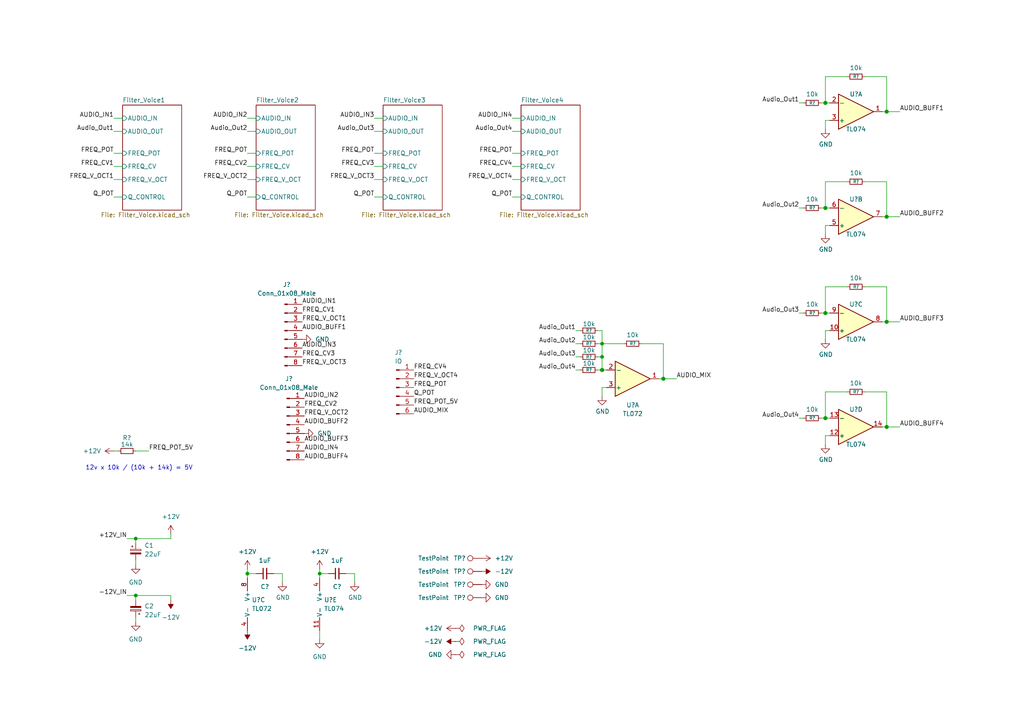
<source format=kicad_sch>
(kicad_sch (version 20211123) (generator eeschema)
  (paper "A4")
  (lib_symbols
    (symbol "Amplifier_Operational:TL072" (pin_names (offset 0.127))
      (property "Reference" "U" (at 0 5.08 0))
      (property "Value" "TL072" (at 0 -5.08 0))
      (symbol "TL072_1_1"
        (polyline (pts (xy -5.08 5.08) (xy 5.08 0) (xy -5.08 -5.08) (xy -5.08 5.08)) (stroke (width 0.254)) (fill (type background)))
        (pin output line (at 7.62 0 180) (length 2.54) (name "~") (number "1"))
        (pin input line (at -7.62 -2.54 0) (length 2.54) (name "-") (number "2"))
        (pin input line (at -7.62 2.54 0) (length 2.54) (name "+") (number "3"))
      )
      (symbol "TL072_2_1"
        (polyline (pts (xy -5.08 5.08) (xy 5.08 0) (xy -5.08 -5.08) (xy -5.08 5.08)) (stroke (width 0.254)) (fill (type background)))
        (pin input line (at -7.62 2.54 0) (length 2.54) (name "+") (number "5"))
        (pin input line (at -7.62 -2.54 0) (length 2.54) (name "-") (number "6"))
        (pin output line (at 7.62 0 180) (length 2.54) (name "~") (number "7"))
      )
      (symbol "TL072_3_1"
        (pin power_in line (at -2.54 -7.62 90) (length 3.81) (name "V-") (number "4"))
        (pin power_in line (at -2.54 7.62 270) (length 3.81) (name "V+") (number "8"))
      )
    )
    (symbol "Amplifier_Operational:TL074" (pin_names (offset 0.127))
      (property "Reference" "U" (at 0 5.08 0))
      (property "Value" "TL074" (at 0 -5.08 0))
      (symbol "TL074_1_1"
        (polyline (pts (xy -5.08 5.08) (xy 5.08 0) (xy -5.08 -5.08) (xy -5.08 5.08)) (stroke (width 0.254)) (fill (type background)))
        (pin output line (at 7.62 0 180) (length 2.54) (name "~") (number "1"))
        (pin input line (at -7.62 -2.54 0) (length 2.54) (name "-") (number "2"))
        (pin input line (at -7.62 2.54 0) (length 2.54) (name "+") (number "3"))
      )
      (symbol "TL074_2_1"
        (polyline (pts (xy -5.08 5.08) (xy 5.08 0) (xy -5.08 -5.08) (xy -5.08 5.08)) (stroke (width 0.254)) (fill (type background)))
        (pin input line (at -7.62 2.54 0) (length 2.54) (name "+") (number "5"))
        (pin input line (at -7.62 -2.54 0) (length 2.54) (name "-") (number "6"))
        (pin output line (at 7.62 0 180) (length 2.54) (name "~") (number "7"))
      )
      (symbol "TL074_3_1"
        (polyline (pts (xy -5.08 5.08) (xy 5.08 0) (xy -5.08 -5.08) (xy -5.08 5.08)) (stroke (width 0.254)) (fill (type background)))
        (pin input line (at -7.62 2.54 0) (length 2.54) (name "+") (number "10"))
        (pin output line (at 7.62 0 180) (length 2.54) (name "~") (number "8"))
        (pin input line (at -7.62 -2.54 0) (length 2.54) (name "-") (number "9"))
      )
      (symbol "TL074_4_1"
        (polyline (pts (xy -5.08 5.08) (xy 5.08 0) (xy -5.08 -5.08) (xy -5.08 5.08)) (stroke (width 0.254)) (fill (type background)))
        (pin input line (at -7.62 2.54 0) (length 2.54) (name "+") (number "12"))
        (pin input line (at -7.62 -2.54 0) (length 2.54) (name "-") (number "13"))
        (pin output line (at 7.62 0 180) (length 2.54) (name "~") (number "14"))
      )
      (symbol "TL074_5_1"
        (pin power_in line (at -2.54 -7.62 90) (length 3.81) (name "V-") (number "11"))
        (pin power_in line (at -2.54 7.62 270) (length 3.81) (name "V+") (number "4"))
      )
    )
    (symbol "Connector:Conn_01x06_Male" (pin_names (offset 1.016) hide)
      (property "Reference" "J" (at 0 7.62 0))
      (property "Value" "Conn_01x06_Male" (at 0 -10.16 0))
      (symbol "Conn_01x06_Male_1_1"
        (polyline (pts (xy 1.27 -7.62) (xy 0.8636 -7.62)) (stroke (width 0.1524)))
        (polyline (pts (xy 1.27 -5.08) (xy 0.8636 -5.08)) (stroke (width 0.1524)))
        (polyline (pts (xy 1.27 -2.54) (xy 0.8636 -2.54)) (stroke (width 0.1524)))
        (polyline (pts (xy 1.27 0) (xy 0.8636 0)) (stroke (width 0.1524)))
        (polyline (pts (xy 1.27 2.54) (xy 0.8636 2.54)) (stroke (width 0.1524)))
        (polyline (pts (xy 1.27 5.08) (xy 0.8636 5.08)) (stroke (width 0.1524)))
        (rectangle (start 0.8636 -7.493) (end 0 -7.747) (stroke (width 0.1524)) (fill (type outline)))
        (rectangle (start 0.8636 -4.953) (end 0 -5.207) (stroke (width 0.1524)) (fill (type outline)))
        (rectangle (start 0.8636 -2.413) (end 0 -2.667) (stroke (width 0.1524)) (fill (type outline)))
        (rectangle (start 0.8636 0.127) (end 0 -0.127) (stroke (width 0.1524)) (fill (type outline)))
        (rectangle (start 0.8636 2.667) (end 0 2.413) (stroke (width 0.1524)) (fill (type outline)))
        (rectangle (start 0.8636 5.207) (end 0 4.953) (stroke (width 0.1524)) (fill (type outline)))
        (pin passive line (at 5.08 5.08 180) (length 3.81) (name "Pin_1") (number "1"))
        (pin passive line (at 5.08 2.54 180) (length 3.81) (name "Pin_2") (number "2"))
        (pin passive line (at 5.08 0 180) (length 3.81) (name "Pin_3") (number "3"))
        (pin passive line (at 5.08 -2.54 180) (length 3.81) (name "Pin_4") (number "4"))
        (pin passive line (at 5.08 -5.08 180) (length 3.81) (name "Pin_5") (number "5"))
        (pin passive line (at 5.08 -7.62 180) (length 3.81) (name "Pin_6") (number "6"))
      )
    )
    (symbol "Connector:Conn_01x08_Male" (pin_names (offset 1.016) hide)
      (property "Reference" "J" (at 0 10.16 0))
      (property "Value" "Conn_01x08_Male" (at 0 -12.7 0))
      (symbol "Conn_01x08_Male_1_1"
        (polyline (pts (xy 1.27 -10.16) (xy 0.8636 -10.16)) (stroke (width 0.1524)))
        (polyline (pts (xy 1.27 -7.62) (xy 0.8636 -7.62)) (stroke (width 0.1524)))
        (polyline (pts (xy 1.27 -5.08) (xy 0.8636 -5.08)) (stroke (width 0.1524)))
        (polyline (pts (xy 1.27 -2.54) (xy 0.8636 -2.54)) (stroke (width 0.1524)))
        (polyline (pts (xy 1.27 0) (xy 0.8636 0)) (stroke (width 0.1524)))
        (polyline (pts (xy 1.27 2.54) (xy 0.8636 2.54)) (stroke (width 0.1524)))
        (polyline (pts (xy 1.27 5.08) (xy 0.8636 5.08)) (stroke (width 0.1524)))
        (polyline (pts (xy 1.27 7.62) (xy 0.8636 7.62)) (stroke (width 0.1524)))
        (rectangle (start 0.8636 -10.033) (end 0 -10.287) (stroke (width 0.1524)) (fill (type outline)))
        (rectangle (start 0.8636 -7.493) (end 0 -7.747) (stroke (width 0.1524)) (fill (type outline)))
        (rectangle (start 0.8636 -4.953) (end 0 -5.207) (stroke (width 0.1524)) (fill (type outline)))
        (rectangle (start 0.8636 -2.413) (end 0 -2.667) (stroke (width 0.1524)) (fill (type outline)))
        (rectangle (start 0.8636 0.127) (end 0 -0.127) (stroke (width 0.1524)) (fill (type outline)))
        (rectangle (start 0.8636 2.667) (end 0 2.413) (stroke (width 0.1524)) (fill (type outline)))
        (rectangle (start 0.8636 5.207) (end 0 4.953) (stroke (width 0.1524)) (fill (type outline)))
        (rectangle (start 0.8636 7.747) (end 0 7.493) (stroke (width 0.1524)) (fill (type outline)))
        (pin passive line (at 5.08 7.62 180) (length 3.81) (name "Pin_1") (number "1"))
        (pin passive line (at 5.08 5.08 180) (length 3.81) (name "Pin_2") (number "2"))
        (pin passive line (at 5.08 2.54 180) (length 3.81) (name "Pin_3") (number "3"))
        (pin passive line (at 5.08 0 180) (length 3.81) (name "Pin_4") (number "4"))
        (pin passive line (at 5.08 -2.54 180) (length 3.81) (name "Pin_5") (number "5"))
        (pin passive line (at 5.08 -5.08 180) (length 3.81) (name "Pin_6") (number "6"))
        (pin passive line (at 5.08 -7.62 180) (length 3.81) (name "Pin_7") (number "7"))
        (pin passive line (at 5.08 -10.16 180) (length 3.81) (name "Pin_8") (number "8"))
      )
    )
    (symbol "Connector:TestPoint" (pin_numbers hide) (pin_names (offset 0.762) hide)
      (property "Reference" "TP" (at 0 6.858 0))
      (property "Value" "TestPoint" (at 0 5.08 0))
      (symbol "TestPoint_0_1"
        (circle (center 0 3.302) (radius 0.762))
      )
      (symbol "TestPoint_1_1"
        (pin passive line (at 0 0 90) (length 2.54) (name "1") (number "1"))
      )
    )
    (symbol "Device:C_Polarized_Small" (pin_numbers hide) (pin_names (offset 0.254) hide)
      (property "Reference" "C" (at 0.254 1.778 0))
      (property "Value" "C_Polarized_Small" (at 0.254 -2.032 0))
      (symbol "C_Polarized_Small_0_1"
        (rectangle (start -1.524 -0.3048) (end 1.524 -0.6858) (fill (type outline)))
        (rectangle (start -1.524 0.6858) (end 1.524 0.3048))
        (polyline (pts (xy -1.27 1.524) (xy -0.762 1.524)))
        (polyline (pts (xy -1.016 1.27) (xy -1.016 1.778)))
      )
      (symbol "C_Polarized_Small_1_1"
        (pin passive line (at 0 2.54 270) (length 1.8542) (name "~") (number "1"))
        (pin passive line (at 0 -2.54 90) (length 1.8542) (name "~") (number "2"))
      )
    )
    (symbol "Device:C_Small" (pin_numbers hide) (pin_names (offset 0.254) hide)
      (property "Reference" "C" (at 0.254 1.778 0))
      (property "Value" "C_Small" (at 0.254 -2.032 0))
      (symbol "C_Small_0_1"
        (polyline (pts (xy -1.524 -0.508) (xy 1.524 -0.508)) (stroke (width 0.3302)))
        (polyline (pts (xy -1.524 0.508) (xy 1.524 0.508)) (stroke (width 0.3048)))
      )
      (symbol "C_Small_1_1"
        (pin passive line (at 0 2.54 270) (length 2.032) (name "~") (number "1"))
        (pin passive line (at 0 -2.54 90) (length 2.032) (name "~") (number "2"))
      )
    )
    (symbol "Device:R_Small" (pin_numbers hide) (pin_names (offset 0.254) hide)
      (property "Reference" "R" (at 0.762 0.508 0))
      (property "Value" "R_Small" (at 0.762 -1.016 0))
      (symbol "R_Small_0_1"
        (rectangle (start -0.762 1.778) (end 0.762 -1.778) (stroke (width 0.2032)))
      )
      (symbol "R_Small_1_1"
        (pin passive line (at 0 2.54 270) (length 0.762) (name "~") (number "1"))
        (pin passive line (at 0 -2.54 90) (length 0.762) (name "~") (number "2"))
      )
    )
    (symbol "power:+12V" (power) (pin_names (offset 0))
      (property "Value" "+12V" (at 0 3.556 0))
      (symbol "+12V_0_1"
        (polyline (pts (xy -0.762 1.27) (xy 0 2.54)))
        (polyline (pts (xy 0 0) (xy 0 2.54)))
        (polyline (pts (xy 0 2.54) (xy 0.762 1.27)))
      )
      (symbol "+12V_1_1"
        (pin power_in line (at 0 0 90) (length 0) hide (name "+12V") (number "1"))
      )
    )
    (symbol "power:-12V" (power) (pin_names (offset 0))
      (property "Value" "-12V" (at 0 3.81 0))
      (symbol "-12V_0_0"
        (pin power_in line (at 0 0 90) (length 0) hide (name "-12V") (number "1"))
      )
      (symbol "-12V_0_1"
        (polyline (pts (xy 0 0) (xy 0 1.27) (xy 0.762 1.27) (xy 0 2.54) (xy -0.762 1.27) (xy 0 1.27)) (fill (type outline)))
      )
    )
    (symbol "power:GND" (power) (pin_names (offset 0))
      (property "Value" "GND" (at 0 -3.81 0))
      (symbol "GND_0_1"
        (polyline (pts (xy 0 0) (xy 0 -1.27) (xy 1.27 -1.27) (xy 0 -2.54) (xy -1.27 -1.27) (xy 0 -1.27)))
      )
      (symbol "GND_1_1"
        (pin power_in line (at 0 0 270) (length 0) hide (name "GND") (number "1"))
      )
    )
    (symbol "power:PWR_FLAG" (power) (pin_numbers hide) (pin_names (offset 0) hide)
      (property "Value" "PWR_FLAG" (at 0 3.81 0))
      (symbol "PWR_FLAG_0_0"
        (pin power_out line (at 0 0 90) (length 0) (name "pwr") (number "1"))
      )
      (symbol "PWR_FLAG_0_1"
        (polyline (pts (xy 0 0) (xy 0 1.27) (xy -1.016 1.905) (xy 0 2.54) (xy 1.016 1.905) (xy 0 1.27)))
      )
    )
  )
  (junction (at 39.37 156.21))
  (junction (at 92.71 166.37))
  (junction (at 39.37 172.72))
  (junction (at 239.395 90.805) (diameter 1.016))
  (junction (at 71.755 166.37))
  (junction (at 257.175 62.865) (diameter 1.016))
  (junction (at 239.395 29.845) (diameter 1.016))
  (junction (at 174.625 103.505))
  (junction (at 192.405 109.855) (diameter 1.016))
  (junction (at 174.625 107.315) (diameter 1.016))
  (junction (at 239.395 60.325) (diameter 1.016))
  (junction (at 239.395 121.285) (diameter 1.016))
  (junction (at 174.625 99.695))
  (junction (at 257.175 93.345) (diameter 1.016))
  (junction (at 257.175 123.825) (diameter 1.016))
  (junction (at 257.175 32.385) (diameter 1.016))
  (wire (pts (xy 39.37 179.07) (xy 39.37 180.34)))
  (wire (pts (xy 39.37 162.56) (xy 39.37 163.83)))
  (wire (pts (xy 39.37 172.72) (xy 39.37 173.99)))
  (wire (pts (xy 74.295 38.1) (xy 71.755 38.1)))
  (wire (pts (xy 33.02 52.07) (xy 35.56 52.07)))
  (wire (pts (xy 255.905 123.825) (xy 257.175 123.825)))
  (wire (pts (xy 36.83 172.72) (xy 39.37 172.72)))
  (wire (pts (xy 79.375 166.37) (xy 81.915 166.37)))
  (wire (pts (xy 71.755 34.29) (xy 74.295 34.29)))
  (wire (pts (xy 173.355 103.505) (xy 174.625 103.505)))
  (wire (pts (xy 239.395 52.705) (xy 239.395 60.325)))
  (wire (pts (xy 92.71 165.1) (xy 92.71 166.37)))
  (wire (pts (xy 33.02 44.45) (xy 35.56 44.45)))
  (wire (pts (xy 257.175 123.825) (xy 260.985 123.825)))
  (wire (pts (xy 238.125 60.325) (xy 239.395 60.325)))
  (wire (pts (xy 239.395 65.405) (xy 239.395 67.945)))
  (wire (pts (xy 174.625 99.695) (xy 180.975 99.695)))
  (wire (pts (xy 33.02 48.26) (xy 35.56 48.26)))
  (wire (pts (xy 238.125 90.805) (xy 239.395 90.805)))
  (wire (pts (xy 174.625 99.695) (xy 174.625 103.505)))
  (wire (pts (xy 255.905 93.345) (xy 257.175 93.345)))
  (wire (pts (xy 108.585 48.26) (xy 111.125 48.26)))
  (wire (pts (xy 239.395 22.225) (xy 239.395 29.845)))
  (wire (pts (xy 174.625 112.395) (xy 174.625 114.935)))
  (wire (pts (xy 92.71 166.37) (xy 95.25 166.37)))
  (wire (pts (xy 33.02 57.15) (xy 35.56 57.15)))
  (wire (pts (xy 257.175 52.705) (xy 250.825 52.705)))
  (wire (pts (xy 167.005 95.885) (xy 168.275 95.885)))
  (wire (pts (xy 239.395 34.925) (xy 239.395 37.465)))
  (wire (pts (xy 33.02 34.29) (xy 35.56 34.29)))
  (wire (pts (xy 240.665 95.885) (xy 239.395 95.885)))
  (wire (pts (xy 173.355 99.695) (xy 174.625 99.695)))
  (wire (pts (xy 257.175 52.705) (xy 257.175 62.865)))
  (wire (pts (xy 239.395 22.225) (xy 245.745 22.225)))
  (wire (pts (xy 39.37 172.72) (xy 49.53 172.72)))
  (wire (pts (xy 192.405 99.695) (xy 186.055 99.695)))
  (wire (pts (xy 71.755 44.45) (xy 74.295 44.45)))
  (wire (pts (xy 257.175 32.385) (xy 260.985 32.385)))
  (wire (pts (xy 148.59 57.15) (xy 151.13 57.15)))
  (wire (pts (xy 239.395 126.365) (xy 239.395 128.905)))
  (wire (pts (xy 257.175 113.665) (xy 257.175 123.825)))
  (wire (pts (xy 81.915 166.37) (xy 81.915 168.91)))
  (wire (pts (xy 36.83 156.21) (xy 39.37 156.21)))
  (wire (pts (xy 257.175 62.865) (xy 260.985 62.865)))
  (wire (pts (xy 167.005 107.315) (xy 168.275 107.315)))
  (wire (pts (xy 257.175 22.225) (xy 257.175 32.385)))
  (wire (pts (xy 108.585 44.45) (xy 111.125 44.45)))
  (wire (pts (xy 239.395 60.325) (xy 240.665 60.325)))
  (wire (pts (xy 39.37 156.21) (xy 39.37 157.48)))
  (wire (pts (xy 257.175 83.185) (xy 250.825 83.185)))
  (wire (pts (xy 192.405 99.695) (xy 192.405 109.855)))
  (wire (pts (xy 255.905 62.865) (xy 257.175 62.865)))
  (wire (pts (xy 239.395 29.845) (xy 240.665 29.845)))
  (wire (pts (xy 39.37 156.21) (xy 49.53 156.21)))
  (wire (pts (xy 167.005 103.505) (xy 168.275 103.505)))
  (wire (pts (xy 173.355 95.885) (xy 174.625 95.885)))
  (wire (pts (xy 71.755 48.26) (xy 74.295 48.26)))
  (wire (pts (xy 43.18 130.81) (xy 39.37 130.81)))
  (wire (pts (xy 148.59 52.07) (xy 151.13 52.07)))
  (wire (pts (xy 35.56 38.1) (xy 33.02 38.1)))
  (wire (pts (xy 239.395 95.885) (xy 239.395 98.425)))
  (wire (pts (xy 239.395 83.185) (xy 245.745 83.185)))
  (wire (pts (xy 175.895 112.395) (xy 174.625 112.395)))
  (wire (pts (xy 167.005 99.695) (xy 168.275 99.695)))
  (wire (pts (xy 174.625 95.885) (xy 174.625 99.695)))
  (wire (pts (xy 255.905 32.385) (xy 257.175 32.385)))
  (wire (pts (xy 231.775 90.805) (xy 233.045 90.805)))
  (wire (pts (xy 148.59 34.29) (xy 151.13 34.29)))
  (wire (pts (xy 240.665 34.925) (xy 239.395 34.925)))
  (wire (pts (xy 239.395 90.805) (xy 240.665 90.805)))
  (wire (pts (xy 102.87 166.37) (xy 102.87 168.91)))
  (wire (pts (xy 151.13 38.1) (xy 148.59 38.1)))
  (wire (pts (xy 239.395 113.665) (xy 239.395 121.285)))
  (wire (pts (xy 111.125 38.1) (xy 108.585 38.1)))
  (wire (pts (xy 49.53 172.72) (xy 49.53 173.99)))
  (wire (pts (xy 71.755 57.15) (xy 74.295 57.15)))
  (wire (pts (xy 257.175 22.225) (xy 250.825 22.225)))
  (wire (pts (xy 108.585 34.29) (xy 111.125 34.29)))
  (wire (pts (xy 239.395 52.705) (xy 245.745 52.705)))
  (wire (pts (xy 231.775 60.325) (xy 233.045 60.325)))
  (wire (pts (xy 71.755 165.1) (xy 71.755 166.37)))
  (wire (pts (xy 173.355 107.315) (xy 174.625 107.315)))
  (wire (pts (xy 49.53 154.94) (xy 49.53 156.21)))
  (wire (pts (xy 174.625 107.315) (xy 175.895 107.315)))
  (wire (pts (xy 231.775 121.285) (xy 233.045 121.285)))
  (wire (pts (xy 108.585 52.07) (xy 111.125 52.07)))
  (wire (pts (xy 238.125 121.285) (xy 239.395 121.285)))
  (wire (pts (xy 239.395 83.185) (xy 239.395 90.805)))
  (wire (pts (xy 148.59 44.45) (xy 151.13 44.45)))
  (wire (pts (xy 92.71 166.37) (xy 92.71 167.64)))
  (wire (pts (xy 231.775 29.845) (xy 233.045 29.845)))
  (wire (pts (xy 33.02 130.81) (xy 34.29 130.81)))
  (wire (pts (xy 192.405 109.855) (xy 196.215 109.855)))
  (wire (pts (xy 257.175 83.185) (xy 257.175 93.345)))
  (wire (pts (xy 148.59 48.26) (xy 151.13 48.26)))
  (wire (pts (xy 174.625 103.505) (xy 174.625 107.315)))
  (wire (pts (xy 191.135 109.855) (xy 192.405 109.855)))
  (wire (pts (xy 71.755 166.37) (xy 71.755 167.64)))
  (wire (pts (xy 257.175 93.345) (xy 260.985 93.345)))
  (wire (pts (xy 71.755 166.37) (xy 74.295 166.37)))
  (wire (pts (xy 257.175 113.665) (xy 250.825 113.665)))
  (wire (pts (xy 238.125 29.845) (xy 239.395 29.845)))
  (wire (pts (xy 240.665 126.365) (xy 239.395 126.365)))
  (wire (pts (xy 239.395 113.665) (xy 245.745 113.665)))
  (wire (pts (xy 108.585 57.15) (xy 111.125 57.15)))
  (wire (pts (xy 71.755 52.07) (xy 74.295 52.07)))
  (wire (pts (xy 239.395 121.285) (xy 240.665 121.285)))
  (wire (pts (xy 92.71 182.88) (xy 92.71 185.42)))
  (wire (pts (xy 100.33 166.37) (xy 102.87 166.37)))
  (wire (pts (xy 240.665 65.405) (xy 239.395 65.405)))
  (text "12v x 10k / (10k + 14k) = 5V" (at 24.765 136.525 0) (effects (font (size 1.27 1.27)) (justify left bottom)))
  (label "AUDIO_BUFF3" (at 260.985 93.345 0))
  (label "FREQ_V_OCT4" (at 148.59 52.07 180))
  (label "FREQ_POT_5V" (at 120.015 117.475 0))
  (label "Audio_Out2" (at 231.775 60.325 180))
  (label "FREQ_V_OCT2" (at 88.265 120.65 0))
  (label "AUDIO_IN3" (at 87.63 100.965 0))
  (label "FREQ_V_OCT2" (at 71.755 52.07 180))
  (label "AUDIO_IN4" (at 88.265 130.81 0))
  (label "FREQ_CV1" (at 33.02 48.26 180))
  (label "FREQ_V_OCT4" (at 120.015 109.855 0))
  (label "FREQ_CV3" (at 87.63 103.505 0))
  (label "Q_POT" (at 33.02 57.15 180))
  (label "Audio_Out1" (at 33.02 38.1 180))
  (label "Audio_Out4" (at 167.005 107.315 180))
  (label "AUDIO_BUFF2" (at 88.265 123.19 0))
  (label "AUDIO_IN1" (at 33.02 34.29 180))
  (label "Audio_Out3" (at 231.775 90.805 180))
  (label "FREQ_POT" (at 33.02 44.45 180))
  (label "Audio_Out1" (at 231.775 29.845 180))
  (label "Q_POT" (at 71.755 57.15 180))
  (label "AUDIO_BUFF1" (at 87.63 95.885 0))
  (label "AUDIO_IN2" (at 88.265 115.57 0))
  (label "FREQ_CV2" (at 88.265 118.11 0))
  (label "Audio_Out3" (at 167.005 103.505 180))
  (label "FREQ_POT" (at 148.59 44.45 180))
  (label "FREQ_CV1" (at 87.63 90.805 0))
  (label "FREQ_V_OCT1" (at 87.63 93.345 0))
  (label "FREQ_V_OCT3" (at 108.585 52.07 180))
  (label "AUDIO_IN2" (at 71.755 34.29 180))
  (label "-12V_IN" (at 36.83 172.72 180))
  (label "AUDIO_MIX" (at 120.015 120.015 0))
  (label "AUDIO_BUFF3" (at 88.265 128.27 0))
  (label "AUDIO_IN1" (at 87.63 88.265 0))
  (label "Audio_Out4" (at 231.775 121.285 180))
  (label "Q_POT" (at 108.585 57.15 180))
  (label "Audio_Out1" (at 167.005 95.885 180))
  (label "Q_POT" (at 148.59 57.15 180))
  (label "+12V_IN" (at 36.83 156.21 180))
  (label "FREQ_POT" (at 108.585 44.45 180))
  (label "FREQ_CV3" (at 108.585 48.26 180))
  (label "FREQ_CV4" (at 148.59 48.26 180))
  (label "Q_POT" (at 120.015 114.935 0))
  (label "AUDIO_MIX" (at 196.215 109.855 0))
  (label "AUDIO_BUFF2" (at 260.985 62.865 0))
  (label "AUDIO_BUFF4" (at 88.265 133.35 0))
  (label "FREQ_CV4" (at 120.015 107.315 0))
  (label "AUDIO_IN4" (at 148.59 34.29 180))
  (label "FREQ_V_OCT3" (at 87.63 106.045 0))
  (label "AUDIO_BUFF4" (at 260.985 123.825 0))
  (label "AUDIO_BUFF1" (at 260.985 32.385 0))
  (label "FREQ_POT" (at 120.015 112.395 0))
  (label "Audio_Out2" (at 167.005 99.695 180))
  (label "FREQ_V_OCT1" (at 33.02 52.07 180))
  (label "FREQ_POT" (at 71.755 44.45 180))
  (label "Audio_Out2" (at 71.755 38.1 180))
  (label "AUDIO_IN3" (at 108.585 34.29 180))
  (label "Audio_Out4" (at 148.59 38.1 180))
  (label "Audio_Out3" (at 108.585 38.1 180))
  (label "FREQ_POT_5V" (at 43.18 130.81 0))
  (label "FREQ_CV2" (at 71.755 48.26 180))
  (symbol (lib_id "power:GND") (at 139.7 169.545 90) (unit 1)
    (property "Reference" "#PWR?" (effects hide))
    (property "Value" "GND" (at 143.51 169.5449 90) (effects (justify right)))
  )
  (symbol (lib_id "Amplifier_Operational:TL072") (at 183.515 109.855 0) (mirror x) (unit 1)
    (property "Reference" "U?" (at 183.515 117.475 0))
    (property "Value" "TL072" (at 183.515 120.015 0))
    (property "Footprint" "Package_SO:SO-8_3.9x4.9mm_P1.27mm" (effects hide))
    (property "Datasheet" "http://www.ti.com/lit/ds/symlink/tl071.pdf" (effects hide))
  )
  (symbol (lib_id "Device:C_Polarized_Small") (at 39.37 176.53 180) (unit 1)
    (property "Reference" "C2" (at 41.91 175.806 0) (effects (justify right)))
    (property "Value" "22uF" (at 41.91 178.346 0) (effects (justify right)))
    (property "Footprint" "Capacitor_SMD:CP_Elec_5x5.7" (effects hide))
    (property "Part_Number" "C134793" (effects hide))
    (property "Rotation" "270" (effects hide))
  )
  (symbol (lib_id "Connector:TestPoint") (at 139.7 169.545 90) (unit 1)
    (property "Reference" "TP?" (at 133.35 169.545 90))
    (property "Value" "TestPoint" (at 125.73 169.545 90))
    (property "Footprint" "Custom_Footprints:1.3mm_Test_Point" (effects hide))
  )
  (symbol (lib_id "power:GND") (at 174.625 114.935 0) (unit 1)
    (property "Reference" "#PWR?" (effects hide))
    (property "Value" "GND" (at 174.752 119.3292 0))
  )
  (symbol (lib_id "power:GND") (at 239.395 37.465 0) (unit 1)
    (property "Reference" "#PWR?" (effects hide))
    (property "Value" "GND" (at 239.522 41.8592 0))
  )
  (symbol (lib_id "power:GND") (at 239.395 67.945 0) (unit 1)
    (property "Reference" "#PWR?" (effects hide))
    (property "Value" "GND" (at 239.522 72.3392 0))
  )
  (symbol (lib_id "power:GND") (at 132.08 189.865 270) (unit 1)
    (property "Reference" "#PWR0105" (effects hide))
    (property "Value" "GND" (at 128.27 189.8649 90) (effects (justify right)))
  )
  (symbol (lib_id "Amplifier_Operational:TL074") (at 248.285 32.385 0) (mirror x) (unit 1)
    (property "Reference" "U?" (at 248.285 27.305 0))
    (property "Value" "TL074" (at 248.285 37.465 0))
    (property "Footprint" "Package_SO:SOIC-14_3.9x8.7mm_P1.27mm" (effects hide))
    (property "Datasheet" "http://www.ti.com/lit/ds/symlink/tl071.pdf" (effects hide))
  )
  (symbol (lib_id "Device:R_Small") (at 170.815 103.505 270) (unit 1)
    (property "Reference" "R?" (at 170.815 103.505 90) (effects (font (size 0.889 0.889))))
    (property "Value" "10k" (at 170.815 101.6 90))
    (property "Footprint" "Resistor_SMD:R_0603_1608Metric_Pad0.98x0.95mm_HandSolder" (effects hide))
    (property "Part_Number" "C25804" (effects hide))
  )
  (symbol (lib_id "Device:R_Small") (at 170.815 99.695 270) (unit 1)
    (property "Reference" "R?" (at 170.815 99.695 90) (effects (font (size 0.889 0.889))))
    (property "Value" "10k" (at 170.815 97.79 90))
    (property "Footprint" "Resistor_SMD:R_0603_1608Metric_Pad0.98x0.95mm_HandSolder" (effects hide))
    (property "Part_Number" "C25804" (effects hide))
  )
  (symbol (lib_id "power:-12V") (at 49.53 173.99 180) (unit 1)
    (property "Reference" "#PWR04" (effects hide))
    (property "Value" "-12V" (at 49.53 179.07 0))
  )
  (symbol (lib_id "Connector:Conn_01x08_Male") (at 83.185 123.19 0) (unit 1)
    (property "Reference" "J?" (at 83.82 109.855 0))
    (property "Value" "Conn_01x08_Male" (at 83.82 112.395 0))
    (property "Footprint" "Connector_PinHeader_2.54mm:PinHeader_1x08_P2.54mm_Vertical" (effects hide))
  )
  (symbol (lib_id "power:GND") (at 39.37 180.34 0) (unit 1)
    (property "Reference" "#PWR01" (effects hide))
    (property "Value" "GND" (at 39.37 185.42 0))
  )
  (symbol (lib_id "Device:R_Small") (at 170.815 95.885 270) (unit 1)
    (property "Reference" "R?" (at 170.815 95.885 90) (effects (font (size 0.889 0.889))))
    (property "Value" "10k" (at 170.815 93.98 90))
    (property "Footprint" "Resistor_SMD:R_0603_1608Metric_Pad0.98x0.95mm_HandSolder" (effects hide))
    (property "Part_Number" "C25804" (effects hide))
  )
  (symbol (lib_id "power:GND") (at 81.915 168.91 0) (unit 1)
    (property "Reference" "#PWR?" (effects hide))
    (property "Value" "GND" (at 82.042 173.3042 0))
  )
  (symbol (lib_id "Amplifier_Operational:TL074") (at 90.17 175.26 0) (mirror y) (unit 5)
    (property "Reference" "U?" (at 93.98 173.9899 0) (effects (justify right)))
    (property "Value" "TL074" (at 93.98 176.5299 0) (effects (justify right)))
    (property "Footprint" "Package_SO:SOIC-14_3.9x8.7mm_P1.27mm" (effects hide))
    (property "Datasheet" "http://www.ti.com/lit/ds/symlink/tl071.pdf" (effects hide))
  )
  (symbol (lib_id "power:GND") (at 88.265 125.73 90) (unit 1)
    (property "Reference" "#PWR?" (effects hide))
    (property "Value" "GND" (at 92.075 125.7299 90) (effects (justify right)))
  )
  (symbol (lib_id "Device:R_Small") (at 235.585 90.805 270) (unit 1)
    (property "Reference" "R?" (at 235.585 90.805 90) (effects (font (size 0.889 0.889))))
    (property "Value" "10k" (at 235.585 88.265 90))
    (property "Footprint" "Resistor_SMD:R_0603_1608Metric_Pad0.98x0.95mm_HandSolder" (effects hide))
    (property "Part_Number" "C25804" (effects hide))
  )
  (symbol (lib_id "Device:C_Polarized_Small") (at 39.37 160.02 0) (unit 1)
    (property "Reference" "C1" (at 41.91 158.2038 0) (effects (justify left)))
    (property "Value" "22uF" (at 41.91 160.7438 0) (effects (justify left)))
    (property "Footprint" "Capacitor_SMD:CP_Elec_5x5.7" (effects hide))
    (property "Part_Number" "C134798" (effects hide))
    (property "Rotation" "360" (effects hide))
  )
  (symbol (lib_id "Device:R_Small") (at 248.285 22.225 270) (unit 1)
    (property "Reference" "R?" (at 248.285 22.225 90) (effects (font (size 0.889 0.889))))
    (property "Value" "10k" (at 248.285 19.685 90))
    (property "Footprint" "Resistor_SMD:R_0603_1608Metric_Pad0.98x0.95mm_HandSolder" (effects hide))
    (property "Part_Number" "C25804" (effects hide))
  )
  (symbol (lib_id "Device:R_Small") (at 170.815 107.315 270) (unit 1)
    (property "Reference" "R?" (at 170.815 107.315 90) (effects (font (size 0.889 0.889))))
    (property "Value" "10k" (at 170.815 105.41 90))
    (property "Footprint" "Resistor_SMD:R_0603_1608Metric_Pad0.98x0.95mm_HandSolder" (effects hide))
    (property "Part_Number" "C25804" (effects hide))
  )
  (symbol (lib_id "power:-12V") (at 132.08 186.055 90) (unit 1)
    (property "Reference" "#PWR0103" (effects hide))
    (property "Value" "-12V" (at 128.27 186.0549 90) (effects (justify left)))
  )
  (symbol (lib_id "power:+12V") (at 139.7 161.925 270) (mirror x) (unit 1)
    (property "Reference" "#PWR?" (effects hide))
    (property "Value" "+12V" (at 143.51 161.9249 90) (effects (justify left)))
  )
  (symbol (lib_id "Connector:TestPoint") (at 139.7 165.735 90) (unit 1)
    (property "Reference" "TP?" (at 133.35 165.735 90))
    (property "Value" "TestPoint" (at 125.73 165.735 90))
    (property "Footprint" "Custom_Footprints:1.3mm_Test_Point" (effects hide))
  )
  (symbol (lib_id "power:GND") (at 92.71 185.42 0) (unit 1)
    (property "Reference" "#PWR?" (effects hide))
    (property "Value" "GND" (at 92.71 190.5 0))
  )
  (symbol (lib_id "power:-12V") (at 139.7 165.735 270) (unit 1)
    (property "Reference" "#PWR?" (effects hide))
    (property "Value" "-12V" (at 143.51 165.7349 90) (effects (justify left)))
  )
  (symbol (lib_id "power:+12V") (at 132.08 182.245 90) (mirror x) (unit 1)
    (property "Reference" "#PWR0104" (effects hide))
    (property "Value" "+12V" (at 128.27 182.2449 90) (effects (justify left)))
  )
  (symbol (lib_id "Connector:Conn_01x08_Male") (at 82.55 95.885 0) (unit 1)
    (property "Reference" "J?" (at 83.185 82.55 0))
    (property "Value" "Conn_01x08_Male" (at 83.185 85.09 0))
    (property "Footprint" "Connector_PinHeader_2.54mm:PinHeader_1x08_P2.54mm_Vertical" (effects hide))
  )
  (symbol (lib_id "power:PWR_FLAG") (at 132.08 189.865 270) (unit 1)
    (property "Reference" "#FLG0102" (effects hide))
    (property "Value" "PWR_FLAG" (at 137.16 189.8649 90) (effects (justify left)))
  )
  (symbol (lib_id "Device:R_Small") (at 235.585 60.325 270) (unit 1)
    (property "Reference" "R?" (at 235.585 60.325 90) (effects (font (size 0.889 0.889))))
    (property "Value" "10k" (at 235.585 57.785 90))
    (property "Footprint" "Resistor_SMD:R_0603_1608Metric_Pad0.98x0.95mm_HandSolder" (effects hide))
    (property "Part_Number" "C25804" (effects hide))
  )
  (symbol (lib_id "power:GND") (at 239.395 98.425 0) (unit 1)
    (property "Reference" "#PWR?" (effects hide))
    (property "Value" "GND" (at 239.522 102.8192 0))
  )
  (symbol (lib_id "Device:R_Small") (at 235.585 121.285 270) (unit 1)
    (property "Reference" "R?" (at 235.585 121.285 90) (effects (font (size 0.889 0.889))))
    (property "Value" "10k" (at 235.585 118.745 90))
    (property "Footprint" "Resistor_SMD:R_0603_1608Metric_Pad0.98x0.95mm_HandSolder" (effects hide))
    (property "Part_Number" "C25804" (effects hide))
  )
  (symbol (lib_id "Device:C_Small") (at 76.835 166.37 90) (unit 1)
    (property "Reference" "C?" (at 76.835 170.18 90))
    (property "Value" "1uF" (at 76.8413 162.56 90))
    (property "Footprint" "Capacitor_SMD:C_0603_1608Metric_Pad1.08x0.95mm_HandSolder" (effects hide))
  )
  (symbol (lib_id "Amplifier_Operational:TL072") (at 69.215 175.26 0) (mirror y) (unit 3)
    (property "Reference" "U?" (at 73.025 173.9899 0) (effects (justify right)))
    (property "Value" "TL072" (at 73.025 176.5299 0) (effects (justify right)))
    (property "Footprint" "Package_SO:SO-8_3.9x4.9mm_P1.27mm" (effects hide))
    (property "Datasheet" "http://www.ti.com/lit/ds/symlink/tl071.pdf" (effects hide))
  )
  (symbol (lib_id "Amplifier_Operational:TL074") (at 248.285 123.825 0) (mirror x) (unit 4)
    (property "Reference" "U?" (at 248.285 118.745 0))
    (property "Value" "TL074" (at 248.285 128.905 0))
    (property "Footprint" "Package_SO:SOIC-14_3.9x8.7mm_P1.27mm" (effects hide))
    (property "Datasheet" "http://www.ti.com/lit/ds/symlink/tl071.pdf" (effects hide))
  )
  (symbol (lib_id "power:+12V") (at 71.755 165.1 0) (unit 1)
    (property "Reference" "#PWR?" (effects hide))
    (property "Value" "+12V" (at 71.755 160.02 0))
  )
  (symbol (lib_id "power:PWR_FLAG") (at 132.08 186.055 270) (unit 1)
    (property "Reference" "#FLG0101" (effects hide))
    (property "Value" "PWR_FLAG" (at 137.16 186.0549 90) (effects (justify left)))
  )
  (symbol (lib_id "Device:R_Small") (at 248.285 83.185 270) (unit 1)
    (property "Reference" "R?" (at 248.285 83.185 90) (effects (font (size 0.889 0.889))))
    (property "Value" "10k" (at 248.285 80.645 90))
    (property "Footprint" "Resistor_SMD:R_0603_1608Metric_Pad0.98x0.95mm_HandSolder" (effects hide))
    (property "Part_Number" "C25804" (effects hide))
  )
  (symbol (lib_id "Device:R_Small") (at 235.585 29.845 270) (unit 1)
    (property "Reference" "R?" (at 235.585 29.845 90) (effects (font (size 0.889 0.889))))
    (property "Value" "10k" (at 235.585 27.305 90))
    (property "Footprint" "Resistor_SMD:R_0603_1608Metric_Pad0.98x0.95mm_HandSolder" (effects hide))
    (property "Part_Number" "C25804" (effects hide))
  )
  (symbol (lib_id "power:-12V") (at 71.755 182.88 180) (unit 1)
    (property "Reference" "#PWR?" (effects hide))
    (property "Value" "-12V" (at 71.755 187.96 0))
  )
  (symbol (lib_id "Device:R_Small") (at 248.285 113.665 270) (unit 1)
    (property "Reference" "R?" (at 248.285 113.665 90) (effects (font (size 0.889 0.889))))
    (property "Value" "10k" (at 248.285 111.125 90))
    (property "Footprint" "Resistor_SMD:R_0603_1608Metric_Pad0.98x0.95mm_HandSolder" (effects hide))
    (property "Part_Number" "C25804" (effects hide))
  )
  (symbol (lib_id "Device:R_Small") (at 248.285 52.705 270) (unit 1)
    (property "Reference" "R?" (at 248.285 52.705 90) (effects (font (size 0.889 0.889))))
    (property "Value" "10k" (at 248.285 50.165 90))
    (property "Footprint" "Resistor_SMD:R_0603_1608Metric_Pad0.98x0.95mm_HandSolder" (effects hide))
    (property "Part_Number" "C25804" (effects hide))
  )
  (symbol (lib_id "Amplifier_Operational:TL074") (at 248.285 93.345 0) (mirror x) (unit 3)
    (property "Reference" "U?" (at 248.285 88.265 0))
    (property "Value" "TL074" (at 248.285 98.425 0))
    (property "Footprint" "Package_SO:SOIC-14_3.9x8.7mm_P1.27mm" (effects hide))
    (property "Datasheet" "http://www.ti.com/lit/ds/symlink/tl071.pdf" (effects hide))
  )
  (symbol (lib_id "Connector:TestPoint") (at 139.7 161.925 90) (unit 1)
    (property "Reference" "TP?" (at 133.35 161.925 90))
    (property "Value" "TestPoint" (at 125.73 161.925 90))
    (property "Footprint" "Custom_Footprints:1.3mm_Test_Point" (effects hide))
  )
  (symbol (lib_id "power:GND") (at 239.395 128.905 0) (unit 1)
    (property "Reference" "#PWR?" (effects hide))
    (property "Value" "GND" (at 239.522 133.2992 0))
  )
  (symbol (lib_id "Device:R_Small") (at 36.83 130.81 90) (unit 1)
    (property "Reference" "R?" (at 36.83 127 90))
    (property "Value" "14k" (at 36.83 128.905 90))
    (property "Footprint" "Resistor_SMD:R_0603_1608Metric_Pad0.98x0.95mm_HandSolder" (effects hide))
  )
  (symbol (lib_id "power:GND") (at 102.87 168.91 0) (unit 1)
    (property "Reference" "#PWR?" (effects hide))
    (property "Value" "GND" (at 102.997 173.3042 0))
  )
  (symbol (lib_id "Connector:Conn_01x06_Male") (at 114.935 112.395 0) (unit 1)
    (property "Reference" "J?" (at 115.57 102.235 0))
    (property "Value" "IO" (at 115.57 104.775 0))
    (property "Footprint" "Connector_PinHeader_2.54mm:PinHeader_1x06_P2.54mm_Vertical" (effects hide))
  )
  (symbol (lib_id "Amplifier_Operational:TL074") (at 248.285 62.865 0) (mirror x) (unit 2)
    (property "Reference" "U?" (at 248.285 57.785 0))
    (property "Value" "TL074" (at 248.285 67.945 0))
    (property "Footprint" "Package_SO:SOIC-14_3.9x8.7mm_P1.27mm" (effects hide))
    (property "Datasheet" "http://www.ti.com/lit/ds/symlink/tl071.pdf" (effects hide))
  )
  (symbol (lib_id "power:+12V") (at 49.53 154.94 0) (unit 1)
    (property "Reference" "#PWR03" (effects hide))
    (property "Value" "+12V" (at 49.53 149.86 0))
  )
  (symbol (lib_id "power:+12V") (at 33.02 130.81 90) (mirror x) (unit 1)
    (property "Reference" "#PWR?" (effects hide))
    (property "Value" "+12V" (at 26.67 130.81 90))
  )
  (symbol (lib_id "power:GND") (at 39.37 163.83 0) (unit 1)
    (property "Reference" "#PWR022" (effects hide))
    (property "Value" "GND" (at 39.37 168.91 0))
  )
  (symbol (lib_id "Device:C_Small") (at 97.79 166.37 90) (unit 1)
    (property "Reference" "C?" (at 97.79 170.18 90))
    (property "Value" "1uF" (at 97.7963 162.56 90))
    (property "Footprint" "Capacitor_SMD:C_0603_1608Metric_Pad1.08x0.95mm_HandSolder" (effects hide))
  )
  (symbol (lib_id "Device:R_Small") (at 183.515 99.695 270) (unit 1)
    (property "Reference" "R?" (at 183.515 99.695 90) (effects (font (size 0.889 0.889))))
    (property "Value" "10k" (at 183.515 97.155 90))
    (property "Footprint" "Resistor_SMD:R_0603_1608Metric_Pad0.98x0.95mm_HandSolder" (effects hide))
    (property "Part_Number" "C25804" (effects hide))
  )
  (symbol (lib_id "power:GND") (at 139.7 173.355 90) (unit 1)
    (property "Reference" "#PWR?" (effects hide))
    (property "Value" "GND" (at 143.51 173.3549 90) (effects (justify right)))
  )
  (symbol (lib_id "power:+12V") (at 92.71 165.1 0) (unit 1)
    (property "Reference" "#PWR?" (effects hide))
    (property "Value" "+12V" (at 92.71 160.02 0))
  )
  (symbol (lib_id "power:GND") (at 87.63 98.425 90) (unit 1)
    (property "Reference" "#PWR017" (effects hide))
    (property "Value" "GND" (at 91.44 98.4249 90) (effects (justify right)))
  )
  (symbol (lib_id "power:PWR_FLAG") (at 132.08 182.245 270) (unit 1)
    (property "Reference" "#FLG0103" (effects hide))
    (property "Value" "PWR_FLAG" (at 137.16 182.2449 90) (effects (justify left)))
  )
  (symbol (lib_id "Connector:TestPoint") (at 139.7 173.355 90) (unit 1)
    (property "Reference" "TP?" (at 133.35 173.355 90))
    (property "Value" "TestPoint" (at 125.73 173.355 90))
    (property "Footprint" "Custom_Footprints:1.3mm_Test_Point" (effects hide))
  )
  (sheet (at 111.125 30.48) (size 17.145 30.48) (stroke (width 0.1524))
    (property "Sheet name" "Filter_Voice3" (at 111.125 29.7684 0) (effects (justify left bottom)))
    (property "Sheet file" "Filter_Voice.kicad_sch" (at 104.775 61.595 0) (effects (justify left top)))
    (pin "AUDIO_IN" input (at 111.125 34.29 180))
    (pin "FREQ_POT" input (at 111.125 44.45 180))
    (pin "FREQ_CV" input (at 111.125 48.26 180))
    (pin "FREQ_V_OCT" input (at 111.125 52.07 180))
    (pin "Q_CONTROL" input (at 111.125 57.15 180))
    (pin "AUDIO_OUT" input (at 111.125 38.1 180))
  )
  (sheet (at 151.13 30.48) (size 17.145 30.48) (stroke (width 0.1524))
    (property "Sheet name" "Filter_Voice4" (at 151.13 29.7684 0) (effects (justify left bottom)))
    (property "Sheet file" "Filter_Voice.kicad_sch" (at 144.78 61.595 0) (effects (justify left top)))
    (pin "AUDIO_IN" input (at 151.13 34.29 180))
    (pin "FREQ_POT" input (at 151.13 44.45 180))
    (pin "FREQ_CV" input (at 151.13 48.26 180))
    (pin "FREQ_V_OCT" input (at 151.13 52.07 180))
    (pin "Q_CONTROL" input (at 151.13 57.15 180))
    (pin "AUDIO_OUT" input (at 151.13 38.1 180))
  )
  (sheet (at 74.295 30.48) (size 17.145 30.48) (stroke (width 0.1524))
    (property "Sheet name" "Filter_Voice2" (at 74.295 29.7684 0) (effects (justify left bottom)))
    (property "Sheet file" "Filter_Voice.kicad_sch" (at 67.945 61.595 0) (effects (justify left top)))
    (pin "AUDIO_IN" input (at 74.295 34.29 180))
    (pin "FREQ_POT" input (at 74.295 44.45 180))
    (pin "FREQ_CV" input (at 74.295 48.26 180))
    (pin "FREQ_V_OCT" input (at 74.295 52.07 180))
    (pin "Q_CONTROL" input (at 74.295 57.15 180))
    (pin "AUDIO_OUT" input (at 74.295 38.1 180))
  )
  (sheet (at 35.56 30.48) (size 17.145 30.48) (stroke (width 0.1524))
    (property "Sheet name" "Filter_Voice1" (at 35.56 29.7684 0) (effects (justify left bottom)))
    (property "Sheet file" "Filter_Voice.kicad_sch" (at 29.21 61.595 0) (effects (justify left top)))
    (pin "AUDIO_IN" input (at 35.56 34.29 180))
    (pin "FREQ_POT" input (at 35.56 44.45 180))
    (pin "FREQ_CV" input (at 35.56 48.26 180))
    (pin "FREQ_V_OCT" input (at 35.56 52.07 180))
    (pin "Q_CONTROL" input (at 35.56 57.15 180))
    (pin "AUDIO_OUT" input (at 35.56 38.1 180))
  )
)
</source>
